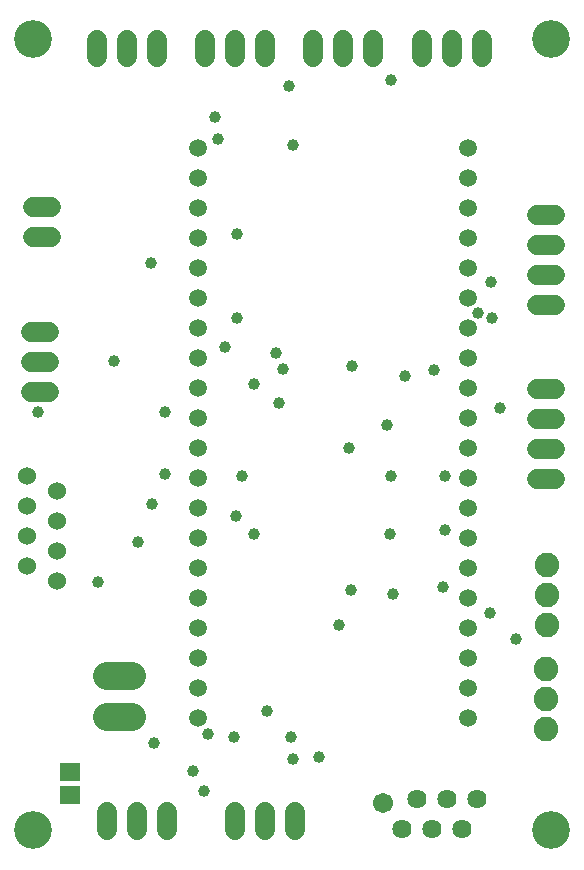
<source format=gts>
G75*
%MOIN*%
%OFA0B0*%
%FSLAX24Y24*%
%IPPOS*%
%LPD*%
%AMOC8*
5,1,8,0,0,1.08239X$1,22.5*
%
%ADD10C,0.0595*%
%ADD11C,0.0600*%
%ADD12C,0.0674*%
%ADD13C,0.0680*%
%ADD14C,0.0920*%
%ADD15R,0.0710X0.0592*%
%ADD16C,0.0640*%
%ADD17C,0.0671*%
%ADD18C,0.0820*%
%ADD19C,0.0397*%
%ADD20C,0.1261*%
D10*
X007303Y006889D03*
X007303Y007889D03*
X007303Y008889D03*
X007303Y009889D03*
X007303Y010889D03*
X007303Y011889D03*
X007303Y012889D03*
X007303Y013889D03*
X007303Y014889D03*
X007303Y015889D03*
X007303Y016889D03*
X007303Y017889D03*
X007303Y018889D03*
X007303Y019889D03*
X007303Y020889D03*
X007303Y021889D03*
X007303Y022889D03*
X007303Y023889D03*
X007303Y024889D03*
X007303Y025889D03*
X016303Y025889D03*
X016303Y024889D03*
X016303Y023889D03*
X016303Y022889D03*
X016303Y021889D03*
X016303Y020889D03*
X016303Y019889D03*
X016303Y018889D03*
X016303Y017889D03*
X016303Y016889D03*
X016303Y015889D03*
X016303Y014889D03*
X016303Y013889D03*
X016303Y012889D03*
X016303Y011889D03*
X016303Y010889D03*
X016303Y009889D03*
X016303Y008889D03*
X016303Y007889D03*
X016303Y006889D03*
D11*
X002633Y011458D03*
X002633Y012458D03*
X002633Y013458D03*
X002633Y014458D03*
X001633Y014958D03*
X001633Y013958D03*
X001633Y012958D03*
X001633Y011958D03*
D12*
X004271Y003760D02*
X004271Y003167D01*
X005271Y003167D02*
X005271Y003760D01*
X006271Y003760D02*
X006271Y003167D01*
X008559Y003167D02*
X008559Y003760D01*
X009559Y003760D02*
X009559Y003167D01*
X010559Y003167D02*
X010559Y003760D01*
X002430Y022920D02*
X001836Y022920D01*
X001836Y023920D02*
X002430Y023920D01*
X003952Y028911D02*
X003952Y029505D01*
X004952Y029505D02*
X004952Y028911D01*
X005952Y028911D02*
X005952Y029505D01*
X007559Y029505D02*
X007559Y028911D01*
X008559Y028911D02*
X008559Y029505D01*
X009559Y029505D02*
X009559Y028911D01*
X011165Y028911D02*
X011165Y029505D01*
X012165Y029505D02*
X012165Y028911D01*
X013165Y028911D02*
X013165Y029505D01*
X014771Y029505D02*
X014771Y028911D01*
X015771Y028911D02*
X015771Y029505D01*
X016771Y029505D02*
X016771Y028911D01*
D13*
X018609Y023645D02*
X019209Y023645D01*
X019209Y022645D02*
X018609Y022645D01*
X018609Y021645D02*
X019209Y021645D01*
X019209Y020645D02*
X018609Y020645D01*
X018609Y017857D02*
X019209Y017857D01*
X019209Y016857D02*
X018609Y016857D01*
X018609Y015857D02*
X019209Y015857D01*
X019209Y014857D02*
X018609Y014857D01*
X002366Y017747D02*
X001766Y017747D01*
X001766Y018747D02*
X002366Y018747D01*
X002366Y019747D02*
X001766Y019747D01*
D14*
X004280Y008290D02*
X005120Y008290D01*
X005120Y006912D02*
X004280Y006912D01*
D15*
X003059Y005082D03*
X003059Y004334D03*
D16*
X014129Y003184D03*
X014629Y004184D03*
X015129Y003184D03*
X015629Y004184D03*
X016129Y003184D03*
X016629Y004184D03*
D17*
X013492Y004040D03*
D18*
X018913Y006534D03*
X018913Y007534D03*
X018913Y008534D03*
X018952Y010003D03*
X018952Y011003D03*
X018952Y012003D03*
D19*
X017917Y009523D03*
X017051Y010389D03*
X015476Y011255D03*
X015559Y013164D03*
X015555Y014956D03*
X013744Y014956D03*
X013606Y016672D03*
X014216Y018290D03*
X015200Y018499D03*
X016657Y020389D03*
X017129Y020231D03*
X017090Y021412D03*
X017377Y017235D03*
X013704Y013027D03*
X013814Y011007D03*
X012429Y011141D03*
X012011Y009995D03*
X009618Y007129D03*
X010436Y006255D03*
X010476Y005507D03*
X011342Y005586D03*
X008507Y006255D03*
X007641Y006373D03*
X007161Y005113D03*
X007507Y004452D03*
X005862Y006046D03*
X003980Y011412D03*
X005318Y012751D03*
X005791Y014011D03*
X006224Y015034D03*
X006224Y017082D03*
X004531Y018775D03*
X005751Y022042D03*
X008232Y019247D03*
X008625Y020231D03*
X009925Y019050D03*
X010161Y018538D03*
X010007Y017381D03*
X009177Y018027D03*
X008783Y014956D03*
X008586Y013617D03*
X009177Y013027D03*
X012366Y015901D03*
X012444Y018617D03*
X008625Y023027D03*
X010476Y025979D03*
X010358Y027948D03*
X007996Y026176D03*
X007877Y026924D03*
X013744Y028145D03*
X001972Y017082D03*
D20*
X001814Y003145D03*
X001814Y029523D03*
X019098Y029523D03*
X019098Y003145D03*
M02*

</source>
